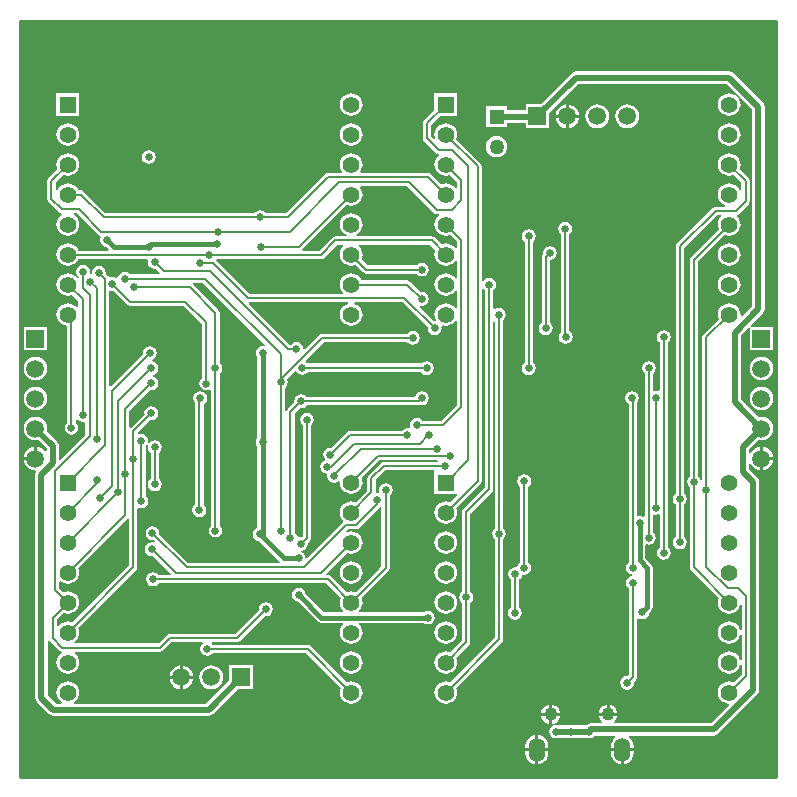
<source format=gtl>
G04 Layer_Physical_Order=1*
G04 Layer_Color=255*
%FSLAX25Y25*%
%MOIN*%
G70*
G01*
G75*
%ADD10C,0.00700*%
%ADD11C,0.01500*%
%ADD12C,0.02000*%
%ADD13C,0.01000*%
%ADD14O,0.05512X0.07874*%
%ADD15C,0.04331*%
%ADD16R,0.05905X0.05905*%
%ADD17C,0.05905*%
%ADD18C,0.05000*%
%ADD19R,0.05000X0.05000*%
%ADD20R,0.05905X0.05905*%
%ADD21C,0.05512*%
%ADD22R,0.05512X0.05512*%
%ADD23C,0.02559*%
G36*
X252000Y0D02*
X0D01*
Y252000D01*
X252000D01*
Y0D01*
D02*
G37*
%LPC*%
G36*
X141756Y51788D02*
X140775Y51659D01*
X139862Y51281D01*
X139077Y50679D01*
X138475Y49894D01*
X138097Y48981D01*
X137968Y48000D01*
X138097Y47019D01*
X138475Y46106D01*
X139077Y45321D01*
X139862Y44719D01*
X140775Y44341D01*
X141756Y44212D01*
X142736Y44341D01*
X143650Y44719D01*
X144435Y45321D01*
X145037Y46106D01*
X145415Y47019D01*
X145544Y48000D01*
X145415Y48981D01*
X145037Y49894D01*
X144435Y50679D01*
X143650Y51281D01*
X142736Y51659D01*
X141756Y51788D01*
D02*
G37*
G36*
Y61788D02*
X140775Y61659D01*
X139862Y61281D01*
X139077Y60679D01*
X138475Y59894D01*
X138097Y58981D01*
X137968Y58000D01*
X138097Y57020D01*
X138475Y56106D01*
X139077Y55321D01*
X139862Y54719D01*
X140775Y54341D01*
X141756Y54212D01*
X142736Y54341D01*
X143650Y54719D01*
X144435Y55321D01*
X145037Y56106D01*
X145415Y57020D01*
X145544Y58000D01*
X145415Y58981D01*
X145037Y59894D01*
X144435Y60679D01*
X143650Y61281D01*
X142736Y61659D01*
X141756Y61788D01*
D02*
G37*
G36*
Y71788D02*
X140775Y71659D01*
X139862Y71281D01*
X139077Y70679D01*
X138475Y69894D01*
X138097Y68980D01*
X137968Y68000D01*
X138097Y67019D01*
X138475Y66106D01*
X139077Y65321D01*
X139862Y64719D01*
X140775Y64341D01*
X141756Y64212D01*
X142736Y64341D01*
X143650Y64719D01*
X144435Y65321D01*
X145037Y66106D01*
X145415Y67019D01*
X145544Y68000D01*
X145415Y68980D01*
X145037Y69894D01*
X144435Y70679D01*
X143650Y71281D01*
X142736Y71659D01*
X141756Y71788D01*
D02*
G37*
G36*
X110244Y41788D02*
X109264Y41659D01*
X108350Y41281D01*
X107565Y40679D01*
X106963Y39894D01*
X106585Y38980D01*
X106456Y38000D01*
X106585Y37020D01*
X106963Y36106D01*
X107565Y35321D01*
X108350Y34719D01*
X109264Y34341D01*
X110244Y34212D01*
X111225Y34341D01*
X112138Y34719D01*
X112923Y35321D01*
X113525Y36106D01*
X113903Y37020D01*
X114032Y38000D01*
X113903Y38980D01*
X113525Y39894D01*
X112923Y40679D01*
X112138Y41281D01*
X111225Y41659D01*
X110244Y41788D01*
D02*
G37*
G36*
X57521Y32600D02*
X54100D01*
Y29179D01*
X54632Y29249D01*
X55593Y29647D01*
X56419Y30281D01*
X57053Y31107D01*
X57451Y32068D01*
X57521Y32600D01*
D02*
G37*
G36*
X53100Y37021D02*
X52568Y36951D01*
X51607Y36553D01*
X50781Y35919D01*
X50147Y35093D01*
X49749Y34132D01*
X49679Y33600D01*
X53100D01*
Y37021D01*
D02*
G37*
G36*
X54100D02*
Y33600D01*
X57521D01*
X57451Y34132D01*
X57053Y35093D01*
X56419Y35919D01*
X55593Y36553D01*
X54632Y36951D01*
X54100Y37021D01*
D02*
G37*
G36*
X4500Y109921D02*
X3968Y109851D01*
X3007Y109453D01*
X2181Y108819D01*
X1547Y107993D01*
X1149Y107032D01*
X1079Y106500D01*
X4500D01*
Y109921D01*
D02*
G37*
G36*
X247500D02*
Y106500D01*
X250921D01*
X250851Y107032D01*
X250453Y107993D01*
X249819Y108819D01*
X248993Y109453D01*
X248032Y109851D01*
X247500Y109921D01*
D02*
G37*
G36*
X5000Y129987D02*
X3968Y129851D01*
X3007Y129453D01*
X2181Y128819D01*
X1547Y127993D01*
X1149Y127032D01*
X1013Y126000D01*
X1149Y124968D01*
X1547Y124007D01*
X2181Y123181D01*
X3007Y122547D01*
X3968Y122149D01*
X5000Y122013D01*
X6032Y122149D01*
X6993Y122547D01*
X7819Y123181D01*
X8453Y124007D01*
X8851Y124968D01*
X8987Y126000D01*
X8851Y127032D01*
X8453Y127993D01*
X7819Y128819D01*
X6993Y129453D01*
X6032Y129851D01*
X5000Y129987D01*
D02*
G37*
G36*
X250921Y105500D02*
X247500D01*
Y102079D01*
X248032Y102149D01*
X248993Y102547D01*
X249819Y103181D01*
X250453Y104007D01*
X250851Y104968D01*
X250921Y105500D01*
D02*
G37*
G36*
X167900Y100724D02*
X167011Y100547D01*
X166256Y100043D01*
X165753Y99289D01*
X165576Y98400D01*
X165753Y97511D01*
X166256Y96757D01*
X166524Y96578D01*
Y71422D01*
X166256Y71243D01*
X165753Y70489D01*
X165593Y69686D01*
X164900Y69824D01*
X164011Y69647D01*
X163257Y69143D01*
X162753Y68389D01*
X162576Y67500D01*
X162753Y66611D01*
X163257Y65857D01*
X163524Y65678D01*
Y56489D01*
X163156Y56243D01*
X162653Y55489D01*
X162476Y54600D01*
X162653Y53711D01*
X163156Y52957D01*
X163911Y52453D01*
X164800Y52276D01*
X165689Y52453D01*
X166444Y52957D01*
X166947Y53711D01*
X167124Y54600D01*
X166947Y55489D01*
X166444Y56243D01*
X166276Y56355D01*
Y65678D01*
X166543Y65857D01*
X167047Y66611D01*
X167207Y67414D01*
X167900Y67276D01*
X168789Y67453D01*
X169544Y67957D01*
X170047Y68711D01*
X170224Y69600D01*
X170047Y70489D01*
X169544Y71243D01*
X169276Y71422D01*
Y96578D01*
X169544Y96757D01*
X170047Y97511D01*
X170224Y98400D01*
X170047Y99289D01*
X169544Y100043D01*
X168789Y100547D01*
X167900Y100724D01*
D02*
G37*
G36*
X141756Y81788D02*
X140775Y81659D01*
X139862Y81281D01*
X139077Y80679D01*
X138475Y79894D01*
X138097Y78980D01*
X137968Y78000D01*
X138097Y77020D01*
X138475Y76106D01*
X139077Y75321D01*
X139862Y74719D01*
X140775Y74341D01*
X141756Y74212D01*
X142736Y74341D01*
X143650Y74719D01*
X144435Y75321D01*
X145037Y76106D01*
X145415Y77020D01*
X145544Y78000D01*
X145415Y78980D01*
X145037Y79894D01*
X144435Y80679D01*
X143650Y81281D01*
X142736Y81659D01*
X141756Y81788D01*
D02*
G37*
G36*
X59950Y128474D02*
X59061Y128297D01*
X58307Y127794D01*
X57803Y127039D01*
X57626Y126150D01*
X57803Y125261D01*
X58255Y124584D01*
Y90622D01*
X57988Y90443D01*
X57484Y89689D01*
X57307Y88800D01*
X57484Y87911D01*
X57988Y87157D01*
X58742Y86653D01*
X59631Y86476D01*
X60520Y86653D01*
X61274Y87157D01*
X61778Y87911D01*
X61955Y88800D01*
X61778Y89689D01*
X61274Y90443D01*
X61008Y90622D01*
Y124115D01*
X61593Y124506D01*
X62097Y125261D01*
X62274Y126150D01*
X62097Y127039D01*
X61593Y127794D01*
X60839Y128297D01*
X59950Y128474D01*
D02*
G37*
G36*
X171581Y13832D02*
X171101Y13769D01*
X170187Y13390D01*
X169402Y12788D01*
X168800Y12004D01*
X168422Y11090D01*
X168293Y10109D01*
Y9428D01*
X171581D01*
Y13832D01*
D02*
G37*
G36*
X172581D02*
Y9428D01*
X175869D01*
Y10109D01*
X175740Y11090D01*
X175362Y12004D01*
X174760Y12788D01*
X173975Y13390D01*
X173062Y13769D01*
X172581Y13832D01*
D02*
G37*
G36*
X176253Y20250D02*
X173626D01*
X173669Y19924D01*
X173988Y19154D01*
X174495Y18492D01*
X175156Y17985D01*
X175926Y17666D01*
X176253Y17623D01*
Y20250D01*
D02*
G37*
G36*
X204413Y8428D02*
X201124D01*
Y4025D01*
X201605Y4088D01*
X202519Y4467D01*
X203303Y5068D01*
X203905Y5853D01*
X204284Y6767D01*
X204413Y7747D01*
Y8428D01*
D02*
G37*
G36*
X171581D02*
X168293D01*
Y7747D01*
X168422Y6767D01*
X168800Y5853D01*
X169402Y5068D01*
X170187Y4467D01*
X171101Y4088D01*
X171581Y4025D01*
Y8428D01*
D02*
G37*
G36*
X175869D02*
X172581D01*
Y4025D01*
X173062Y4088D01*
X173975Y4467D01*
X174760Y5068D01*
X175362Y5853D01*
X175740Y6767D01*
X175869Y7747D01*
Y8428D01*
D02*
G37*
G36*
X200124D02*
X196836D01*
Y7747D01*
X196965Y6767D01*
X197344Y5853D01*
X197946Y5068D01*
X198730Y4467D01*
X199644Y4088D01*
X200124Y4025D01*
Y8428D01*
D02*
G37*
G36*
X196347Y23877D02*
Y21250D01*
X198974D01*
X198931Y21576D01*
X198612Y22346D01*
X198105Y23008D01*
X197444Y23515D01*
X196674Y23834D01*
X196347Y23877D01*
D02*
G37*
G36*
X63600Y37087D02*
X62568Y36951D01*
X61607Y36553D01*
X60781Y35919D01*
X60147Y35093D01*
X59749Y34132D01*
X59613Y33100D01*
X59749Y32068D01*
X60147Y31107D01*
X60781Y30281D01*
X61607Y29647D01*
X62568Y29249D01*
X63600Y29113D01*
X64632Y29249D01*
X65593Y29647D01*
X66419Y30281D01*
X67053Y31107D01*
X67451Y32068D01*
X67587Y33100D01*
X67451Y34132D01*
X67053Y35093D01*
X66419Y35919D01*
X65593Y36553D01*
X64632Y36951D01*
X63600Y37087D01*
D02*
G37*
G36*
X53100Y32600D02*
X49679D01*
X49749Y32068D01*
X50147Y31107D01*
X50781Y30281D01*
X51607Y29647D01*
X52568Y29249D01*
X53100Y29179D01*
Y32600D01*
D02*
G37*
G36*
X195347Y23877D02*
X195021Y23834D01*
X194251Y23515D01*
X193590Y23008D01*
X193082Y22346D01*
X192763Y21576D01*
X192720Y21250D01*
X195347D01*
Y23877D01*
D02*
G37*
G36*
X179880Y20250D02*
X177253D01*
Y17623D01*
X177579Y17666D01*
X178349Y17985D01*
X179010Y18492D01*
X179518Y19154D01*
X179837Y19924D01*
X179880Y20250D01*
D02*
G37*
G36*
X176253Y23877D02*
X175926Y23834D01*
X175156Y23515D01*
X174495Y23008D01*
X173988Y22346D01*
X173669Y21576D01*
X173626Y21250D01*
X176253D01*
Y23877D01*
D02*
G37*
G36*
X177253D02*
Y21250D01*
X179880D01*
X179837Y21576D01*
X179518Y22346D01*
X179010Y23008D01*
X178349Y23515D01*
X177579Y23834D01*
X177253Y23877D01*
D02*
G37*
G36*
X110244Y217788D02*
X109264Y217659D01*
X108350Y217281D01*
X107565Y216679D01*
X106963Y215894D01*
X106585Y214981D01*
X106456Y214000D01*
X106585Y213019D01*
X106963Y212106D01*
X107565Y211321D01*
X108350Y210719D01*
X109264Y210341D01*
X110244Y210212D01*
X111225Y210341D01*
X112138Y210719D01*
X112923Y211321D01*
X113525Y212106D01*
X113903Y213019D01*
X114032Y214000D01*
X113903Y214981D01*
X113525Y215894D01*
X112923Y216679D01*
X112138Y217281D01*
X111225Y217659D01*
X110244Y217788D01*
D02*
G37*
G36*
X236244D02*
X235264Y217659D01*
X234350Y217281D01*
X233565Y216679D01*
X232963Y215894D01*
X232585Y214981D01*
X232456Y214000D01*
X232585Y213019D01*
X232963Y212106D01*
X233565Y211321D01*
X234350Y210719D01*
X235264Y210341D01*
X236244Y210212D01*
X237225Y210341D01*
X238138Y210719D01*
X238923Y211321D01*
X239525Y212106D01*
X239903Y213019D01*
X240032Y214000D01*
X239903Y214981D01*
X239525Y215894D01*
X238923Y216679D01*
X238138Y217281D01*
X237225Y217659D01*
X236244Y217788D01*
D02*
G37*
G36*
X192300Y224093D02*
X191268Y223957D01*
X190307Y223559D01*
X189481Y222925D01*
X188847Y222100D01*
X188449Y221138D01*
X188313Y220106D01*
X188449Y219074D01*
X188847Y218113D01*
X189481Y217287D01*
X190307Y216654D01*
X191268Y216255D01*
X192300Y216119D01*
X193332Y216255D01*
X194293Y216654D01*
X195119Y217287D01*
X195753Y218113D01*
X196151Y219074D01*
X196287Y220106D01*
X196151Y221138D01*
X195753Y222100D01*
X195119Y222925D01*
X194293Y223559D01*
X193332Y223957D01*
X192300Y224093D01*
D02*
G37*
G36*
X15756Y217788D02*
X14775Y217659D01*
X13862Y217281D01*
X13077Y216679D01*
X12475Y215894D01*
X12097Y214981D01*
X11968Y214000D01*
X12097Y213019D01*
X12475Y212106D01*
X13077Y211321D01*
X13862Y210719D01*
X14775Y210341D01*
X15756Y210212D01*
X16736Y210341D01*
X17650Y210719D01*
X18435Y211321D01*
X19037Y212106D01*
X19415Y213019D01*
X19544Y214000D01*
X19415Y214981D01*
X19037Y215894D01*
X18435Y216679D01*
X17650Y217281D01*
X16736Y217659D01*
X15756Y217788D01*
D02*
G37*
G36*
X145512Y227756D02*
X138000D01*
Y222191D01*
X134627Y218817D01*
X134328Y218371D01*
X134224Y217844D01*
Y212800D01*
X134328Y212273D01*
X134627Y211827D01*
X138527Y207927D01*
X138973Y207628D01*
X139386Y207546D01*
X139515Y207240D01*
X139526Y207024D01*
X139077Y206679D01*
X138475Y205894D01*
X138097Y204980D01*
X137968Y204000D01*
X138097Y203019D01*
X138475Y202106D01*
X139077Y201321D01*
X139862Y200719D01*
X140775Y200341D01*
X141756Y200212D01*
X142736Y200341D01*
X143254Y200555D01*
X145624Y198186D01*
Y195784D01*
X145124Y195684D01*
X145037Y195894D01*
X144435Y196679D01*
X143650Y197281D01*
X142736Y197659D01*
X141756Y197788D01*
X140775Y197659D01*
X140258Y197445D01*
X136929Y200773D01*
X136483Y201072D01*
X135956Y201176D01*
X113442D01*
X113195Y201676D01*
X113525Y202106D01*
X113903Y203019D01*
X114032Y204000D01*
X113903Y204980D01*
X113525Y205894D01*
X112923Y206679D01*
X112138Y207281D01*
X111225Y207659D01*
X110244Y207788D01*
X109264Y207659D01*
X108350Y207281D01*
X107565Y206679D01*
X106963Y205894D01*
X106585Y204980D01*
X106456Y204000D01*
X106585Y203019D01*
X106963Y202106D01*
X107293Y201676D01*
X107046Y201176D01*
X102600D01*
X102073Y201072D01*
X101627Y200773D01*
X101627Y200773D01*
X88730Y187876D01*
X81722D01*
X81543Y188143D01*
X80789Y188647D01*
X79900Y188824D01*
X79011Y188647D01*
X78256Y188143D01*
X78078Y187876D01*
X28270D01*
X21173Y194973D01*
X20727Y195272D01*
X20200Y195376D01*
X19251D01*
X19037Y195894D01*
X18435Y196679D01*
X17650Y197281D01*
X16736Y197659D01*
X15756Y197788D01*
X14775Y197659D01*
X13862Y197281D01*
X13077Y196679D01*
X12475Y195894D01*
X12176Y195173D01*
X11676Y195273D01*
Y197974D01*
X14258Y200555D01*
X14775Y200341D01*
X15756Y200212D01*
X16736Y200341D01*
X17650Y200719D01*
X18435Y201321D01*
X19037Y202106D01*
X19415Y203019D01*
X19544Y204000D01*
X19415Y204980D01*
X19037Y205894D01*
X18435Y206679D01*
X17650Y207281D01*
X16736Y207659D01*
X15756Y207788D01*
X14775Y207659D01*
X13862Y207281D01*
X13077Y206679D01*
X12475Y205894D01*
X12097Y204980D01*
X11968Y204000D01*
X12097Y203019D01*
X12311Y202502D01*
X9327Y199517D01*
X9028Y199071D01*
X8924Y198544D01*
Y192500D01*
X9028Y191973D01*
X9327Y191527D01*
X12727Y188127D01*
X12727Y188127D01*
X13173Y187828D01*
X13659Y187732D01*
X13749Y187551D01*
X13787Y187224D01*
X13077Y186679D01*
X12475Y185894D01*
X12097Y184980D01*
X11968Y184000D01*
X12097Y183019D01*
X12475Y182106D01*
X13077Y181321D01*
X13862Y180719D01*
X14775Y180341D01*
X15756Y180212D01*
X16736Y180341D01*
X17650Y180719D01*
X18435Y181321D01*
X19037Y182106D01*
X19415Y183019D01*
X19544Y184000D01*
X19415Y184980D01*
X19037Y185894D01*
X18435Y186679D01*
X17725Y187224D01*
X17757Y187506D01*
X17861Y187724D01*
X18930D01*
X26027Y180627D01*
X26473Y180328D01*
X26566Y180310D01*
X26796Y179754D01*
X26753Y179689D01*
X26576Y178800D01*
X26753Y177911D01*
X27257Y177156D01*
X28011Y176653D01*
X28651Y176525D01*
X29438Y175738D01*
X29247Y175276D01*
X19293D01*
X19037Y175894D01*
X18435Y176679D01*
X17650Y177281D01*
X16736Y177659D01*
X15756Y177788D01*
X14775Y177659D01*
X13862Y177281D01*
X13077Y176679D01*
X12475Y175894D01*
X12097Y174980D01*
X11968Y174000D01*
X12097Y173020D01*
X12475Y172106D01*
X13077Y171321D01*
X13862Y170719D01*
X14775Y170341D01*
X15756Y170212D01*
X16736Y170341D01*
X17650Y170719D01*
X18435Y171321D01*
X19037Y172106D01*
X19210Y172524D01*
X42187D01*
X42580Y172023D01*
X42476Y171500D01*
X42653Y170611D01*
X43156Y169857D01*
X43911Y169353D01*
X44800Y169176D01*
X45115Y169238D01*
X46477Y167876D01*
X46270Y167376D01*
X36522D01*
X36344Y167643D01*
X35589Y168147D01*
X34700Y168324D01*
X33811Y168147D01*
X33057Y167643D01*
X32553Y166889D01*
X32456Y166403D01*
X31900Y166173D01*
X31489Y166447D01*
X30600Y166624D01*
X29711Y166447D01*
X29258Y166746D01*
X29173Y166873D01*
X28378Y167668D01*
X28424Y167900D01*
X28247Y168789D01*
X27744Y169544D01*
X26989Y170047D01*
X26100Y170224D01*
X25211Y170047D01*
X24456Y169544D01*
X23953Y168789D01*
X23776Y167900D01*
X23447Y167572D01*
X23172Y167937D01*
X23224Y168200D01*
X23047Y169089D01*
X22544Y169843D01*
X21789Y170347D01*
X20900Y170524D01*
X20011Y170347D01*
X19256Y169843D01*
X18753Y169089D01*
X18576Y168200D01*
X18753Y167311D01*
X19256Y166557D01*
X19348Y166496D01*
X19325Y166339D01*
X18801Y166201D01*
X18435Y166679D01*
X17650Y167281D01*
X16736Y167659D01*
X15756Y167788D01*
X14775Y167659D01*
X13862Y167281D01*
X13077Y166679D01*
X12475Y165894D01*
X12097Y164980D01*
X11968Y164000D01*
X12097Y163020D01*
X12475Y162106D01*
X13077Y161321D01*
X13862Y160719D01*
X14775Y160341D01*
X15756Y160212D01*
X16736Y160341D01*
X17254Y160555D01*
X19324Y158486D01*
Y156342D01*
X18824Y156172D01*
X18435Y156679D01*
X17650Y157281D01*
X16736Y157659D01*
X15756Y157788D01*
X14775Y157659D01*
X13862Y157281D01*
X13077Y156679D01*
X12475Y155894D01*
X12097Y154981D01*
X11968Y154000D01*
X12097Y153019D01*
X12475Y152106D01*
X13077Y151321D01*
X13862Y150719D01*
X14775Y150341D01*
X15624Y150229D01*
Y118122D01*
X15357Y117944D01*
X14853Y117189D01*
X14676Y116300D01*
X14853Y115411D01*
X15357Y114656D01*
X16111Y114153D01*
X17000Y113976D01*
X17889Y114153D01*
X18643Y114656D01*
X19147Y115411D01*
X19324Y116300D01*
X19147Y117189D01*
X18643Y117944D01*
X18376Y118122D01*
Y118974D01*
X18876Y119126D01*
X19057Y118857D01*
X19811Y118353D01*
X20700Y118176D01*
X21153Y118266D01*
X21653Y117856D01*
Y114000D01*
X13301Y105648D01*
X12839Y105839D01*
Y110200D01*
X12684Y110980D01*
X12242Y111642D01*
X8858Y115025D01*
X8987Y116000D01*
X8851Y117032D01*
X8453Y117993D01*
X7819Y118819D01*
X6993Y119453D01*
X6032Y119851D01*
X5000Y119987D01*
X3968Y119851D01*
X3007Y119453D01*
X2181Y118819D01*
X1547Y117993D01*
X1149Y117032D01*
X1013Y116000D01*
X1149Y114968D01*
X1547Y114007D01*
X2181Y113181D01*
X3007Y112547D01*
X3968Y112149D01*
X5000Y112013D01*
X5975Y112142D01*
X8761Y109355D01*
Y108413D01*
X8261Y108244D01*
X7819Y108819D01*
X6993Y109453D01*
X6032Y109851D01*
X5500Y109921D01*
Y106000D01*
X5000D01*
Y105500D01*
X1079D01*
X1149Y104968D01*
X1547Y104007D01*
X2181Y103181D01*
X3007Y102547D01*
X3968Y102149D01*
X4942Y102021D01*
X5076Y101851D01*
X5221Y101538D01*
X5116Y101380D01*
X4961Y100600D01*
Y26200D01*
X5116Y25420D01*
X5558Y24758D01*
X9458Y20858D01*
X10120Y20416D01*
X10900Y20261D01*
X62800D01*
X63580Y20416D01*
X64242Y20858D01*
X72531Y29147D01*
X77553D01*
Y37053D01*
X69647D01*
Y32031D01*
X61955Y24339D01*
X17976D01*
X17806Y24839D01*
X18435Y25321D01*
X19037Y26106D01*
X19415Y27020D01*
X19544Y28000D01*
X19415Y28980D01*
X19037Y29894D01*
X18435Y30679D01*
X17650Y31281D01*
X16736Y31659D01*
X15756Y31788D01*
X14775Y31659D01*
X13862Y31281D01*
X13077Y30679D01*
X12475Y29894D01*
X12097Y28980D01*
X11968Y28000D01*
X12097Y27020D01*
X12475Y26106D01*
X13077Y25321D01*
X13705Y24839D01*
X13536Y24339D01*
X11745D01*
X9039Y27045D01*
Y45256D01*
X9539Y45407D01*
X9727Y45127D01*
X12827Y42027D01*
X13273Y41728D01*
X13552Y41673D01*
X13676Y41138D01*
X13077Y40679D01*
X12475Y39894D01*
X12097Y38980D01*
X11968Y38000D01*
X12097Y37020D01*
X12475Y36106D01*
X13077Y35321D01*
X13862Y34719D01*
X14775Y34341D01*
X15756Y34212D01*
X16736Y34341D01*
X17650Y34719D01*
X18435Y35321D01*
X19037Y36106D01*
X19415Y37020D01*
X19544Y38000D01*
X19415Y38980D01*
X19037Y39894D01*
X18435Y40679D01*
X17855Y41124D01*
X18025Y41624D01*
X46600D01*
X47127Y41728D01*
X47573Y42027D01*
X50270Y44724D01*
X60625D01*
X60776Y44224D01*
X60657Y44144D01*
X60153Y43389D01*
X59976Y42500D01*
X60153Y41611D01*
X60657Y40857D01*
X61411Y40353D01*
X62300Y40176D01*
X63189Y40353D01*
X63943Y40857D01*
X64122Y41124D01*
X95174D01*
X106799Y29498D01*
X106585Y28980D01*
X106456Y28000D01*
X106585Y27020D01*
X106963Y26106D01*
X107565Y25321D01*
X108350Y24719D01*
X109264Y24341D01*
X110244Y24212D01*
X111225Y24341D01*
X112138Y24719D01*
X112923Y25321D01*
X113525Y26106D01*
X113903Y27020D01*
X114032Y28000D01*
X113903Y28980D01*
X113525Y29894D01*
X112923Y30679D01*
X112138Y31281D01*
X111225Y31659D01*
X110244Y31788D01*
X109264Y31659D01*
X108746Y31445D01*
X96717Y43473D01*
X96271Y43772D01*
X95744Y43876D01*
X64136D01*
X64046Y43991D01*
X63943Y44144D01*
X63902Y44171D01*
X63834Y44257D01*
X63975Y44724D01*
X72100D01*
X72627Y44828D01*
X73073Y45127D01*
X81485Y53539D01*
X81800Y53476D01*
X82689Y53653D01*
X83443Y54157D01*
X83947Y54911D01*
X84124Y55800D01*
X83947Y56689D01*
X83443Y57443D01*
X82689Y57947D01*
X81800Y58124D01*
X80911Y57947D01*
X80157Y57443D01*
X79653Y56689D01*
X79476Y55800D01*
X79539Y55485D01*
X71530Y47476D01*
X49700D01*
X49173Y47372D01*
X48727Y47073D01*
X46030Y44376D01*
X18025D01*
X17855Y44876D01*
X18435Y45321D01*
X19037Y46106D01*
X19415Y47019D01*
X19544Y48000D01*
X19415Y48981D01*
X19201Y49498D01*
X38573Y68871D01*
X38872Y69317D01*
X38976Y69844D01*
X38976Y69844D01*
Y89321D01*
X39222Y89452D01*
X39476Y89540D01*
X40300Y89376D01*
X41189Y89553D01*
X41943Y90057D01*
X42447Y90811D01*
X42624Y91700D01*
X42447Y92589D01*
X41943Y93343D01*
X41676Y93522D01*
Y110178D01*
X41943Y110356D01*
X42162Y110683D01*
X42632Y110488D01*
X42476Y109700D01*
X42653Y108811D01*
X43156Y108056D01*
X43424Y107878D01*
Y99222D01*
X43156Y99043D01*
X42653Y98289D01*
X42476Y97400D01*
X42653Y96511D01*
X43156Y95757D01*
X43911Y95253D01*
X44800Y95076D01*
X45689Y95253D01*
X46444Y95757D01*
X46947Y96511D01*
X47124Y97400D01*
X46947Y98289D01*
X46444Y99043D01*
X46176Y99222D01*
Y107878D01*
X46444Y108056D01*
X46947Y108811D01*
X47124Y109700D01*
X46947Y110589D01*
X46444Y111344D01*
X45689Y111847D01*
X44800Y112024D01*
X43911Y111847D01*
X43156Y111344D01*
X42939Y111017D01*
X42467Y111212D01*
X42624Y112000D01*
X42447Y112889D01*
X41943Y113644D01*
X41189Y114147D01*
X40300Y114324D01*
X39593Y114184D01*
X39236Y114556D01*
X39248Y114801D01*
X43335Y118888D01*
X43650Y118826D01*
X44539Y119003D01*
X45294Y119507D01*
X45797Y120261D01*
X45974Y121150D01*
X45797Y122039D01*
X45294Y122793D01*
X44539Y123297D01*
X43650Y123474D01*
X42761Y123297D01*
X42006Y122793D01*
X41503Y122039D01*
X41326Y121150D01*
X41388Y120835D01*
X36806Y116253D01*
X36306Y116460D01*
Y121859D01*
X43335Y128888D01*
X43650Y128826D01*
X44539Y129003D01*
X45294Y129507D01*
X45797Y130261D01*
X45974Y131150D01*
X45797Y132039D01*
X45294Y132793D01*
X44539Y133297D01*
X44048Y133395D01*
Y133905D01*
X44539Y134003D01*
X45294Y134506D01*
X45797Y135261D01*
X45974Y136150D01*
X45797Y137039D01*
X45294Y137794D01*
X44539Y138297D01*
X43748Y138455D01*
Y138965D01*
X43939Y139003D01*
X44693Y139506D01*
X45197Y140261D01*
X45374Y141150D01*
X45197Y142039D01*
X44693Y142794D01*
X43939Y143297D01*
X43050Y143474D01*
X42161Y143297D01*
X41407Y142794D01*
X40903Y142039D01*
X40726Y141150D01*
X40788Y140835D01*
X30038Y130085D01*
X29576Y130276D01*
Y161687D01*
X30077Y162080D01*
X30600Y161976D01*
X30915Y162039D01*
X35627Y157327D01*
X36073Y157028D01*
X36600Y156924D01*
X54430D01*
X60524Y150830D01*
Y132822D01*
X60257Y132643D01*
X59753Y131889D01*
X59576Y131000D01*
X59753Y130111D01*
X60257Y129357D01*
X61011Y128853D01*
X61900Y128676D01*
X62789Y128853D01*
X63124Y129076D01*
X63624Y128809D01*
Y83822D01*
X63357Y83643D01*
X62853Y82889D01*
X62676Y82000D01*
X62853Y81111D01*
X63357Y80357D01*
X64111Y79853D01*
X65000Y79676D01*
X65889Y79853D01*
X66643Y80357D01*
X67147Y81111D01*
X67324Y82000D01*
X67147Y82889D01*
X66643Y83643D01*
X66376Y83822D01*
Y134378D01*
X66643Y134556D01*
X67147Y135311D01*
X67324Y136200D01*
X67147Y137089D01*
X66643Y137844D01*
X66376Y138022D01*
Y154500D01*
X66377Y154500D01*
X66272Y155027D01*
X65973Y155473D01*
X65973Y155473D01*
X57373Y164073D01*
X57298Y164124D01*
X57450Y164624D01*
X60830D01*
X81473Y143980D01*
X81227Y143519D01*
X80700Y143624D01*
X79811Y143447D01*
X79057Y142944D01*
X78553Y142189D01*
X78376Y141300D01*
X78553Y140411D01*
X78916Y139867D01*
Y112833D01*
X78553Y112289D01*
X78376Y111400D01*
X78553Y110511D01*
X78916Y109967D01*
Y82968D01*
X78811Y82947D01*
X78057Y82443D01*
X77553Y81689D01*
X77376Y80800D01*
X77553Y79911D01*
X78057Y79157D01*
X78811Y78653D01*
X79451Y78525D01*
X86400Y71576D01*
X86205Y71076D01*
X55970D01*
X46262Y80785D01*
X46324Y81100D01*
X46147Y81989D01*
X45643Y82743D01*
X44889Y83247D01*
X44000Y83424D01*
X43111Y83247D01*
X42357Y82743D01*
X41853Y81989D01*
X41676Y81100D01*
X41853Y80211D01*
X42357Y79457D01*
X43111Y78953D01*
X44000Y78776D01*
X44315Y78838D01*
X44698Y78455D01*
X44452Y77995D01*
X43800Y78124D01*
X42911Y77947D01*
X42156Y77443D01*
X41653Y76689D01*
X41476Y75800D01*
X41653Y74911D01*
X42156Y74157D01*
X42911Y73653D01*
X43800Y73476D01*
X44115Y73539D01*
X50015Y67638D01*
X49824Y67176D01*
X46022D01*
X45843Y67443D01*
X45089Y67947D01*
X44200Y68124D01*
X43311Y67947D01*
X42557Y67443D01*
X42053Y66689D01*
X41876Y65800D01*
X42053Y64911D01*
X42557Y64157D01*
X43311Y63653D01*
X44200Y63476D01*
X45089Y63653D01*
X45843Y64157D01*
X46022Y64424D01*
X101874D01*
X106799Y59498D01*
X106585Y58981D01*
X106456Y58000D01*
X106585Y57020D01*
X106963Y56106D01*
X107565Y55321D01*
X107648Y55258D01*
X107487Y54784D01*
X101039D01*
X94975Y60849D01*
X94847Y61489D01*
X94343Y62243D01*
X93589Y62747D01*
X92700Y62924D01*
X91811Y62747D01*
X91057Y62243D01*
X90553Y61489D01*
X90376Y60600D01*
X90553Y59711D01*
X91057Y58957D01*
X91811Y58453D01*
X92451Y58325D01*
X99038Y51738D01*
X99038Y51738D01*
X99617Y51351D01*
X100300Y51216D01*
X107487D01*
X107648Y50742D01*
X107565Y50679D01*
X106963Y49894D01*
X106585Y48981D01*
X106456Y48000D01*
X106585Y47019D01*
X106963Y46106D01*
X107565Y45321D01*
X108350Y44719D01*
X109264Y44341D01*
X110244Y44212D01*
X111225Y44341D01*
X112138Y44719D01*
X112923Y45321D01*
X113525Y46106D01*
X113903Y47019D01*
X114032Y48000D01*
X113903Y48981D01*
X113525Y49894D01*
X112923Y50679D01*
X112840Y50742D01*
X113001Y51216D01*
X134367D01*
X134911Y50853D01*
X135800Y50676D01*
X136689Y50853D01*
X137443Y51357D01*
X137947Y52111D01*
X138124Y53000D01*
X137947Y53889D01*
X137443Y54643D01*
X136689Y55147D01*
X135800Y55324D01*
X134911Y55147D01*
X134367Y54784D01*
X113001D01*
X112840Y55258D01*
X112923Y55321D01*
X113525Y56106D01*
X113903Y57020D01*
X114032Y58000D01*
X113903Y58981D01*
X113689Y59498D01*
X121316Y67125D01*
X122673Y68483D01*
X122673Y68483D01*
X122972Y68929D01*
X123076Y69456D01*
X123076Y69456D01*
Y93678D01*
X123344Y93857D01*
X123847Y94611D01*
X124024Y95500D01*
X123847Y96389D01*
X123344Y97143D01*
X122589Y97647D01*
X121700Y97824D01*
X120811Y97647D01*
X120056Y97143D01*
X119553Y96389D01*
X119376Y95500D01*
X119477Y94992D01*
X119132Y94609D01*
X118666Y94640D01*
X118376Y94950D01*
Y98830D01*
X121670Y102124D01*
X137680D01*
X138000Y101756D01*
Y94244D01*
X145044D01*
X145346Y94244D01*
X145583Y93774D01*
X143254Y91445D01*
X142736Y91659D01*
X141756Y91788D01*
X140775Y91659D01*
X139862Y91281D01*
X139077Y90679D01*
X138475Y89894D01*
X138097Y88981D01*
X137968Y88000D01*
X138097Y87019D01*
X138475Y86106D01*
X139077Y85321D01*
X139862Y84719D01*
X140775Y84341D01*
X141756Y84212D01*
X142736Y84341D01*
X143650Y84719D01*
X144435Y85321D01*
X145037Y86106D01*
X145415Y87019D01*
X145544Y88000D01*
X145415Y88981D01*
X145201Y89498D01*
X153373Y97671D01*
X153373Y97671D01*
X153672Y98117D01*
X153777Y98644D01*
X153776Y98644D01*
Y162624D01*
X154276Y162776D01*
X154557Y162356D01*
X154824Y162178D01*
Y96270D01*
X147627Y89073D01*
X147328Y88627D01*
X147224Y88100D01*
Y61522D01*
X146957Y61343D01*
X146453Y60589D01*
X146276Y59700D01*
X146453Y58811D01*
X146957Y58057D01*
X147224Y57878D01*
Y45414D01*
X143254Y41445D01*
X142736Y41659D01*
X141756Y41788D01*
X140775Y41659D01*
X139862Y41281D01*
X139077Y40679D01*
X138475Y39894D01*
X138097Y38980D01*
X137968Y38000D01*
X138097Y37020D01*
X138475Y36106D01*
X139077Y35321D01*
X139862Y34719D01*
X140775Y34341D01*
X141756Y34212D01*
X142736Y34341D01*
X143650Y34719D01*
X144435Y35321D01*
X145037Y36106D01*
X145415Y37020D01*
X145544Y38000D01*
X145415Y38980D01*
X145201Y39498D01*
X149573Y43871D01*
X149573Y43871D01*
X149872Y44317D01*
X149976Y44844D01*
Y57878D01*
X150243Y58057D01*
X150747Y58811D01*
X150924Y59700D01*
X150747Y60589D01*
X150243Y61343D01*
X149976Y61522D01*
Y87530D01*
X157173Y94727D01*
X157173Y94727D01*
X157472Y95173D01*
X157576Y95700D01*
Y151414D01*
X158076Y151697D01*
X158124Y151669D01*
Y82722D01*
X157857Y82543D01*
X157353Y81789D01*
X157176Y80900D01*
X157353Y80011D01*
X157857Y79257D01*
X158124Y79078D01*
Y46314D01*
X143254Y31445D01*
X142736Y31659D01*
X141756Y31788D01*
X140775Y31659D01*
X139862Y31281D01*
X139077Y30679D01*
X138475Y29894D01*
X138097Y28980D01*
X137968Y28000D01*
X138097Y27020D01*
X138475Y26106D01*
X139077Y25321D01*
X139862Y24719D01*
X140775Y24341D01*
X141756Y24212D01*
X142736Y24341D01*
X143650Y24719D01*
X144435Y25321D01*
X145037Y26106D01*
X145415Y27020D01*
X145544Y28000D01*
X145415Y28980D01*
X145201Y29498D01*
X160473Y44771D01*
X160772Y45217D01*
X160876Y45744D01*
Y79078D01*
X161144Y79257D01*
X161647Y80011D01*
X161824Y80900D01*
X161647Y81789D01*
X161144Y82543D01*
X160876Y82722D01*
Y152178D01*
X161144Y152357D01*
X161647Y153111D01*
X161824Y154000D01*
X161647Y154889D01*
X161144Y155643D01*
X160389Y156147D01*
X159500Y156324D01*
X158611Y156147D01*
X158076Y155790D01*
X157576Y156056D01*
Y162178D01*
X157843Y162356D01*
X158347Y163111D01*
X158524Y164000D01*
X158347Y164889D01*
X157843Y165644D01*
X157089Y166147D01*
X156200Y166324D01*
X155311Y166147D01*
X154557Y165644D01*
X154276Y165224D01*
X153776Y165376D01*
Y203356D01*
X153777Y203356D01*
X153672Y203883D01*
X153373Y204329D01*
X153373Y204329D01*
X145201Y212502D01*
X145415Y213019D01*
X145544Y214000D01*
X145415Y214981D01*
X145037Y215894D01*
X144435Y216679D01*
X143650Y217281D01*
X142736Y217659D01*
X141756Y217788D01*
X140775Y217659D01*
X139862Y217281D01*
X139077Y216679D01*
X138475Y215894D01*
X138097Y214981D01*
X137968Y214000D01*
X138097Y213019D01*
X138141Y212913D01*
X137717Y212630D01*
X136976Y213370D01*
Y217274D01*
X139947Y220244D01*
X145512D01*
Y227756D01*
D02*
G37*
G36*
X42700Y208824D02*
X41811Y208647D01*
X41057Y208143D01*
X40553Y207389D01*
X40376Y206500D01*
X40553Y205611D01*
X41057Y204856D01*
X41811Y204353D01*
X42700Y204176D01*
X43589Y204353D01*
X44344Y204856D01*
X44847Y205611D01*
X45024Y206500D01*
X44847Y207389D01*
X44344Y208143D01*
X43589Y208647D01*
X42700Y208824D01*
D02*
G37*
G36*
X158700Y213530D02*
X157786Y213410D01*
X156935Y213057D01*
X156204Y212496D01*
X155643Y211765D01*
X155290Y210914D01*
X155170Y210000D01*
X155290Y209086D01*
X155643Y208235D01*
X156204Y207504D01*
X156935Y206943D01*
X157786Y206590D01*
X158700Y206470D01*
X159614Y206590D01*
X160465Y206943D01*
X161196Y207504D01*
X161757Y208235D01*
X162110Y209086D01*
X162230Y210000D01*
X162110Y210914D01*
X161757Y211765D01*
X161196Y212496D01*
X160465Y213057D01*
X159614Y213410D01*
X158700Y213530D01*
D02*
G37*
G36*
X202300Y224093D02*
X201268Y223957D01*
X200307Y223559D01*
X199481Y222925D01*
X198847Y222100D01*
X198449Y221138D01*
X198313Y220106D01*
X198449Y219074D01*
X198847Y218113D01*
X199481Y217287D01*
X200307Y216654D01*
X201268Y216255D01*
X202300Y216119D01*
X203332Y216255D01*
X204293Y216654D01*
X205119Y217287D01*
X205753Y218113D01*
X206151Y219074D01*
X206287Y220106D01*
X206151Y221138D01*
X205753Y222100D01*
X205119Y222925D01*
X204293Y223559D01*
X203332Y223957D01*
X202300Y224093D01*
D02*
G37*
G36*
X19512Y227756D02*
X12000D01*
Y220244D01*
X19512D01*
Y227756D01*
D02*
G37*
G36*
X181800Y224027D02*
X181268Y223957D01*
X180307Y223559D01*
X179481Y222925D01*
X178847Y222100D01*
X178449Y221138D01*
X178379Y220606D01*
X181800D01*
Y224027D01*
D02*
G37*
G36*
X182800D02*
Y220606D01*
X186221D01*
X186151Y221138D01*
X185753Y222100D01*
X185119Y222925D01*
X184293Y223559D01*
X183332Y223957D01*
X182800Y224027D01*
D02*
G37*
G36*
X236244Y227788D02*
X235264Y227659D01*
X234350Y227281D01*
X233565Y226679D01*
X232963Y225894D01*
X232585Y224980D01*
X232456Y224000D01*
X232585Y223020D01*
X232963Y222106D01*
X233565Y221321D01*
X234350Y220719D01*
X235264Y220341D01*
X236244Y220212D01*
X237225Y220341D01*
X238138Y220719D01*
X238923Y221321D01*
X239525Y222106D01*
X239903Y223020D01*
X240032Y224000D01*
X239903Y224980D01*
X239525Y225894D01*
X238923Y226679D01*
X238138Y227281D01*
X237225Y227659D01*
X236244Y227788D01*
D02*
G37*
G36*
X181800Y219606D02*
X178379D01*
X178449Y219074D01*
X178847Y218113D01*
X179481Y217287D01*
X180307Y216654D01*
X181268Y216255D01*
X181800Y216185D01*
Y219606D01*
D02*
G37*
G36*
X186221D02*
X182800D01*
Y216185D01*
X183332Y216255D01*
X184293Y216654D01*
X185119Y217287D01*
X185753Y218113D01*
X186151Y219074D01*
X186221Y219606D01*
D02*
G37*
G36*
X110244Y227788D02*
X109264Y227659D01*
X108350Y227281D01*
X107565Y226679D01*
X106963Y225894D01*
X106585Y224980D01*
X106456Y224000D01*
X106585Y223020D01*
X106963Y222106D01*
X107565Y221321D01*
X108350Y220719D01*
X109264Y220341D01*
X110244Y220212D01*
X111225Y220341D01*
X112138Y220719D01*
X112923Y221321D01*
X113525Y222106D01*
X113903Y223020D01*
X114032Y224000D01*
X113903Y224980D01*
X113525Y225894D01*
X112923Y226679D01*
X112138Y227281D01*
X111225Y227659D01*
X110244Y227788D01*
D02*
G37*
G36*
X185194Y235039D02*
X184413Y234884D01*
X183752Y234442D01*
X183752Y234442D01*
X173369Y224059D01*
X168347D01*
Y222039D01*
X162200D01*
Y223500D01*
X155200D01*
Y216500D01*
X162200D01*
Y217961D01*
X168347D01*
Y216154D01*
X176253D01*
Y221175D01*
X186038Y230961D01*
X235455D01*
X243961Y222455D01*
Y156745D01*
X240434Y153218D01*
X239960Y153451D01*
X240032Y154000D01*
X239903Y154981D01*
X239525Y155894D01*
X238923Y156679D01*
X238138Y157281D01*
X237225Y157659D01*
X236244Y157788D01*
X235264Y157659D01*
X234350Y157281D01*
X233565Y156679D01*
X232963Y155894D01*
X232585Y154981D01*
X232456Y154000D01*
X232585Y153019D01*
X232799Y152502D01*
X227627Y147329D01*
X227328Y146883D01*
X227223Y146356D01*
Y98855D01*
X226724Y98806D01*
X226647Y99189D01*
X226143Y99943D01*
X225876Y100122D01*
Y171686D01*
X234746Y180555D01*
X235264Y180341D01*
X236244Y180212D01*
X237225Y180341D01*
X238138Y180719D01*
X238923Y181321D01*
X239525Y182106D01*
X239903Y183019D01*
X240032Y184000D01*
X239903Y184980D01*
X239525Y185894D01*
X238923Y186679D01*
X238800Y186773D01*
X238924Y187308D01*
X239027Y187328D01*
X239473Y187627D01*
X242673Y190827D01*
X242673Y190827D01*
X242972Y191273D01*
X243076Y191800D01*
Y198544D01*
X242972Y199071D01*
X242673Y199517D01*
X239689Y202502D01*
X239903Y203019D01*
X240032Y204000D01*
X239903Y204980D01*
X239525Y205894D01*
X238923Y206679D01*
X238138Y207281D01*
X237225Y207659D01*
X236244Y207788D01*
X235264Y207659D01*
X234350Y207281D01*
X233565Y206679D01*
X232963Y205894D01*
X232585Y204980D01*
X232456Y204000D01*
X232585Y203019D01*
X232963Y202106D01*
X233565Y201321D01*
X234350Y200719D01*
X235264Y200341D01*
X236244Y200212D01*
X237225Y200341D01*
X237742Y200555D01*
X240323Y197974D01*
Y195273D01*
X239824Y195173D01*
X239525Y195894D01*
X238923Y196679D01*
X238138Y197281D01*
X237225Y197659D01*
X236244Y197788D01*
X235264Y197659D01*
X234350Y197281D01*
X233565Y196679D01*
X232963Y195894D01*
X232585Y194981D01*
X232456Y194000D01*
X232585Y193019D01*
X232963Y192106D01*
X233565Y191321D01*
X234350Y190719D01*
X234936Y190476D01*
X234837Y189976D01*
X231700D01*
X231173Y189872D01*
X230727Y189573D01*
X218827Y177673D01*
X218528Y177227D01*
X218424Y176700D01*
Y94322D01*
X218157Y94143D01*
X217653Y93389D01*
X217476Y92500D01*
X217653Y91611D01*
X218157Y90857D01*
X218424Y90678D01*
Y79922D01*
X218157Y79743D01*
X217653Y78989D01*
X217476Y78100D01*
X217653Y77211D01*
X218157Y76457D01*
X218911Y75953D01*
X219800Y75776D01*
X220689Y75953D01*
X221443Y76457D01*
X221947Y77211D01*
X222124Y78100D01*
X221947Y78989D01*
X221443Y79743D01*
X221177Y79922D01*
Y90678D01*
X221443Y90857D01*
X221947Y91611D01*
X222124Y92500D01*
X221947Y93389D01*
X221443Y94143D01*
X221177Y94322D01*
Y176130D01*
X232270Y187224D01*
X233498D01*
X233658Y186750D01*
X233565Y186679D01*
X232963Y185894D01*
X232585Y184980D01*
X232456Y184000D01*
X232585Y183019D01*
X232799Y182502D01*
X223527Y173229D01*
X223228Y172783D01*
X223124Y172256D01*
Y100122D01*
X222857Y99943D01*
X222353Y99189D01*
X222176Y98300D01*
X222353Y97411D01*
X222857Y96657D01*
X223124Y96478D01*
Y69744D01*
X223228Y69217D01*
X223527Y68771D01*
X232799Y59498D01*
X232585Y58981D01*
X232456Y58000D01*
X232585Y57020D01*
X232963Y56106D01*
X233565Y55321D01*
X234350Y54719D01*
X235264Y54341D01*
X236244Y54212D01*
X237225Y54341D01*
X238138Y54719D01*
X238923Y55321D01*
X239525Y56106D01*
X239903Y57020D01*
X239924Y57173D01*
X240423Y57140D01*
Y48860D01*
X239924Y48827D01*
X239903Y48981D01*
X239525Y49894D01*
X238923Y50679D01*
X238138Y51281D01*
X237225Y51659D01*
X236244Y51788D01*
X235264Y51659D01*
X234350Y51281D01*
X233565Y50679D01*
X232963Y49894D01*
X232585Y48981D01*
X232456Y48000D01*
X232585Y47019D01*
X232963Y46106D01*
X233565Y45321D01*
X234350Y44719D01*
X235264Y44341D01*
X236244Y44212D01*
X237225Y44341D01*
X238138Y44719D01*
X238923Y45321D01*
X239525Y46106D01*
X239903Y47019D01*
X239924Y47173D01*
X240423Y47140D01*
Y38860D01*
X239924Y38827D01*
X239903Y38980D01*
X239525Y39894D01*
X238923Y40679D01*
X238138Y41281D01*
X237225Y41659D01*
X236244Y41788D01*
X235264Y41659D01*
X234350Y41281D01*
X233565Y40679D01*
X232963Y39894D01*
X232585Y38980D01*
X232456Y38000D01*
X232585Y37020D01*
X232963Y36106D01*
X233565Y35321D01*
X234350Y34719D01*
X235264Y34341D01*
X236244Y34212D01*
X237225Y34341D01*
X238138Y34719D01*
X238923Y35321D01*
X239525Y36106D01*
X239903Y37020D01*
X239924Y37173D01*
X240423Y37140D01*
Y34126D01*
X237742Y31445D01*
X237225Y31659D01*
X236244Y31788D01*
X235264Y31659D01*
X234350Y31281D01*
X233565Y30679D01*
X232963Y29894D01*
X232585Y28980D01*
X232456Y28000D01*
X232585Y27020D01*
X232963Y26106D01*
X233565Y25321D01*
X234350Y24719D01*
X235264Y24341D01*
X236047Y24238D01*
X236252Y23735D01*
X230255Y17739D01*
X197944D01*
X197775Y18239D01*
X198105Y18492D01*
X198612Y19154D01*
X198931Y19924D01*
X198974Y20250D01*
X192720D01*
X192763Y19924D01*
X193082Y19154D01*
X193590Y18492D01*
X193920Y18239D01*
X193750Y17739D01*
X190200D01*
X189420Y17584D01*
X188832Y17191D01*
X188611Y17147D01*
X188449Y17039D01*
X184551D01*
X184389Y17147D01*
X183500Y17324D01*
X182611Y17147D01*
X182449Y17039D01*
X179551D01*
X179389Y17147D01*
X178500Y17324D01*
X177611Y17147D01*
X176857Y16644D01*
X176353Y15889D01*
X176176Y15000D01*
X176353Y14111D01*
X176857Y13356D01*
X177611Y12853D01*
X178500Y12676D01*
X179389Y12853D01*
X179551Y12961D01*
X182449D01*
X182611Y12853D01*
X183500Y12676D01*
X184389Y12853D01*
X184551Y12961D01*
X188449D01*
X188611Y12853D01*
X189500Y12676D01*
X190389Y12853D01*
X191144Y13356D01*
X191347Y13661D01*
X198262D01*
X198431Y13161D01*
X197946Y12788D01*
X197344Y12004D01*
X196965Y11090D01*
X196836Y10109D01*
Y9428D01*
X204413D01*
Y10109D01*
X204284Y11090D01*
X203905Y12004D01*
X203303Y12788D01*
X202818Y13161D01*
X202987Y13661D01*
X231100D01*
X231880Y13816D01*
X232542Y14258D01*
X245642Y27358D01*
X246084Y28020D01*
X246239Y28800D01*
Y98300D01*
X246084Y99080D01*
X245642Y99742D01*
X245642Y99742D01*
X242939Y102445D01*
Y104168D01*
X243439Y104268D01*
X243547Y104007D01*
X244181Y103181D01*
X245007Y102547D01*
X245968Y102149D01*
X246500Y102079D01*
Y106000D01*
Y109921D01*
X245968Y109851D01*
X245007Y109453D01*
X244181Y108819D01*
X243547Y107993D01*
X243439Y107732D01*
X242939Y107832D01*
Y109055D01*
X246025Y112142D01*
X247000Y112013D01*
X248032Y112149D01*
X248993Y112547D01*
X249819Y113181D01*
X250453Y114007D01*
X250851Y114968D01*
X250987Y116000D01*
X250851Y117032D01*
X250453Y117993D01*
X249819Y118819D01*
X248993Y119453D01*
X248032Y119851D01*
X247000Y119987D01*
X246025Y119859D01*
X240139Y125745D01*
Y147155D01*
X242547Y149563D01*
X243047Y149356D01*
Y142047D01*
X250953D01*
Y149953D01*
X243644D01*
X243437Y150453D01*
X247442Y154458D01*
X247884Y155120D01*
X248039Y155900D01*
Y223300D01*
X247884Y224080D01*
X247442Y224742D01*
X237742Y234442D01*
X237080Y234884D01*
X236300Y235039D01*
X185194D01*
X185194Y235039D01*
D02*
G37*
G36*
X169457Y182368D02*
X168567Y182191D01*
X167813Y181687D01*
X167309Y180933D01*
X167132Y180043D01*
X167309Y179154D01*
X167813Y178400D01*
X168080Y178221D01*
Y138010D01*
X167756Y137794D01*
X167253Y137039D01*
X167076Y136150D01*
X167253Y135261D01*
X167756Y134506D01*
X168511Y134003D01*
X169400Y133826D01*
X170289Y134003D01*
X171044Y134506D01*
X171547Y135261D01*
X171724Y136150D01*
X171547Y137039D01*
X171044Y137794D01*
X170833Y137934D01*
Y178221D01*
X171100Y178400D01*
X171604Y179154D01*
X171781Y180043D01*
X171604Y180933D01*
X171100Y181687D01*
X170346Y182191D01*
X169457Y182368D01*
D02*
G37*
G36*
X8953Y149953D02*
X1047D01*
Y142047D01*
X8953D01*
Y149953D01*
D02*
G37*
G36*
X181598Y184927D02*
X180708Y184750D01*
X179954Y184246D01*
X179450Y183492D01*
X179273Y182602D01*
X179450Y181713D01*
X179954Y180959D01*
X180221Y180780D01*
Y148253D01*
X180057Y148143D01*
X179553Y147389D01*
X179376Y146500D01*
X179553Y145611D01*
X180057Y144857D01*
X180811Y144353D01*
X181700Y144176D01*
X182589Y144353D01*
X183344Y144857D01*
X183847Y145611D01*
X184024Y146500D01*
X183847Y147389D01*
X183344Y148143D01*
X182974Y148390D01*
Y180780D01*
X183241Y180959D01*
X183745Y181713D01*
X183922Y182602D01*
X183745Y183492D01*
X183241Y184246D01*
X182487Y184750D01*
X181598Y184927D01*
D02*
G37*
G36*
X247000Y139987D02*
X245968Y139851D01*
X245007Y139453D01*
X244181Y138819D01*
X243547Y137993D01*
X243149Y137032D01*
X243013Y136000D01*
X243149Y134968D01*
X243547Y134007D01*
X244181Y133181D01*
X245007Y132547D01*
X245968Y132149D01*
X247000Y132013D01*
X248032Y132149D01*
X248993Y132547D01*
X249819Y133181D01*
X250453Y134007D01*
X250851Y134968D01*
X250987Y136000D01*
X250851Y137032D01*
X250453Y137993D01*
X249819Y138819D01*
X248993Y139453D01*
X248032Y139851D01*
X247000Y139987D01*
D02*
G37*
G36*
Y129987D02*
X245968Y129851D01*
X245007Y129453D01*
X244181Y128819D01*
X243547Y127993D01*
X243149Y127032D01*
X243013Y126000D01*
X243149Y124968D01*
X243547Y124007D01*
X244181Y123181D01*
X245007Y122547D01*
X245968Y122149D01*
X247000Y122013D01*
X248032Y122149D01*
X248993Y122547D01*
X249819Y123181D01*
X250453Y124007D01*
X250851Y124968D01*
X250987Y126000D01*
X250851Y127032D01*
X250453Y127993D01*
X249819Y128819D01*
X248993Y129453D01*
X248032Y129851D01*
X247000Y129987D01*
D02*
G37*
G36*
X214400Y148824D02*
X213511Y148647D01*
X212757Y148143D01*
X212253Y147389D01*
X212076Y146500D01*
X212253Y145611D01*
X212757Y144857D01*
X213023Y144678D01*
Y128746D01*
X212524Y128400D01*
X211900Y128524D01*
X211277Y128400D01*
X210776Y128746D01*
Y134261D01*
X211143Y134506D01*
X211647Y135261D01*
X211824Y136150D01*
X211647Y137039D01*
X211143Y137794D01*
X210389Y138297D01*
X209500Y138474D01*
X208611Y138297D01*
X207857Y137794D01*
X207353Y137039D01*
X207176Y136150D01*
X207353Y135261D01*
X207857Y134506D01*
X208024Y134395D01*
Y86787D01*
X207583Y86551D01*
X207289Y86747D01*
X206400Y86924D01*
X205977Y86840D01*
X205476Y87250D01*
Y124495D01*
X205493Y124506D01*
X205997Y125261D01*
X206174Y126150D01*
X205997Y127039D01*
X205493Y127794D01*
X204739Y128297D01*
X203850Y128474D01*
X202961Y128297D01*
X202206Y127794D01*
X201703Y127039D01*
X201526Y126150D01*
X201703Y125261D01*
X202206Y124506D01*
X202724Y124161D01*
Y85713D01*
X202694Y85565D01*
Y71402D01*
X202456Y71243D01*
X201953Y70489D01*
X201776Y69600D01*
X201953Y68711D01*
X202456Y67957D01*
X203211Y67453D01*
X203702Y67355D01*
Y66845D01*
X203211Y66747D01*
X202456Y66243D01*
X201953Y65489D01*
X201776Y64600D01*
X201953Y63711D01*
X202456Y62957D01*
X202724Y62778D01*
Y55713D01*
X202694Y55565D01*
Y53635D01*
X202724Y53487D01*
Y33978D01*
X202291Y33606D01*
X202200Y33624D01*
X201311Y33447D01*
X200556Y32943D01*
X200053Y32189D01*
X199876Y31300D01*
X200053Y30411D01*
X200556Y29656D01*
X201311Y29153D01*
X202200Y28976D01*
X203089Y29153D01*
X203843Y29656D01*
X204347Y30411D01*
X204524Y31300D01*
X204462Y31615D01*
X205073Y32227D01*
X205073Y32227D01*
X205372Y32673D01*
X205476Y33200D01*
X205476Y33200D01*
Y52509D01*
X205977Y52776D01*
X206311Y52553D01*
X207200Y52376D01*
X208089Y52553D01*
X208843Y53057D01*
X209347Y53811D01*
X209475Y54451D01*
X210262Y55238D01*
X210262Y55238D01*
X210648Y55817D01*
X210784Y56500D01*
Y69600D01*
X210648Y70283D01*
X210262Y70862D01*
X208184Y72939D01*
Y77115D01*
X208684Y77418D01*
X209400Y77276D01*
X210289Y77453D01*
X211043Y77957D01*
X211547Y78711D01*
X211724Y79600D01*
X211547Y80489D01*
X211043Y81243D01*
X210776Y81422D01*
Y87054D01*
X211277Y87400D01*
X211900Y87276D01*
X212524Y87400D01*
X213023Y87054D01*
Y76422D01*
X212757Y76243D01*
X212253Y75489D01*
X212076Y74600D01*
X212253Y73711D01*
X212757Y72957D01*
X213511Y72453D01*
X214400Y72276D01*
X215289Y72453D01*
X216043Y72957D01*
X216547Y73711D01*
X216724Y74600D01*
X216547Y75489D01*
X216043Y76243D01*
X215776Y76422D01*
Y144678D01*
X216043Y144857D01*
X216547Y145611D01*
X216724Y146500D01*
X216547Y147389D01*
X216043Y148143D01*
X215289Y148647D01*
X214400Y148824D01*
D02*
G37*
G36*
X5000Y139987D02*
X3968Y139851D01*
X3007Y139453D01*
X2181Y138819D01*
X1547Y137993D01*
X1149Y137032D01*
X1013Y136000D01*
X1149Y134968D01*
X1547Y134007D01*
X2181Y133181D01*
X3007Y132547D01*
X3968Y132149D01*
X5000Y132013D01*
X6032Y132149D01*
X6993Y132547D01*
X7819Y133181D01*
X8453Y134007D01*
X8851Y134968D01*
X8987Y136000D01*
X8851Y137032D01*
X8453Y137993D01*
X7819Y138819D01*
X6993Y139453D01*
X6032Y139851D01*
X5000Y139987D01*
D02*
G37*
G36*
X176500Y176824D02*
X175611Y176647D01*
X174856Y176144D01*
X174353Y175389D01*
X174176Y174500D01*
X174239Y174185D01*
X174127Y174073D01*
X173828Y173627D01*
X173724Y173100D01*
Y151222D01*
X173457Y151043D01*
X172953Y150289D01*
X172776Y149400D01*
X172953Y148511D01*
X173457Y147757D01*
X174211Y147253D01*
X175100Y147076D01*
X175989Y147253D01*
X176743Y147757D01*
X177247Y148511D01*
X177424Y149400D01*
X177247Y150289D01*
X176743Y151043D01*
X176476Y151222D01*
Y172157D01*
X176500Y172176D01*
X177389Y172353D01*
X178144Y172856D01*
X178647Y173611D01*
X178824Y174500D01*
X178647Y175389D01*
X178144Y176144D01*
X177389Y176647D01*
X176500Y176824D01*
D02*
G37*
G36*
X236244Y167788D02*
X235264Y167659D01*
X234350Y167281D01*
X233565Y166679D01*
X232963Y165894D01*
X232585Y164980D01*
X232456Y164000D01*
X232585Y163020D01*
X232963Y162106D01*
X233565Y161321D01*
X234350Y160719D01*
X235264Y160341D01*
X236244Y160212D01*
X237225Y160341D01*
X238138Y160719D01*
X238923Y161321D01*
X239525Y162106D01*
X239903Y163020D01*
X240032Y164000D01*
X239903Y164980D01*
X239525Y165894D01*
X238923Y166679D01*
X238138Y167281D01*
X237225Y167659D01*
X236244Y167788D01*
D02*
G37*
G36*
Y177788D02*
X235264Y177659D01*
X234350Y177281D01*
X233565Y176679D01*
X232963Y175894D01*
X232585Y174980D01*
X232456Y174000D01*
X232585Y173020D01*
X232963Y172106D01*
X233565Y171321D01*
X234350Y170719D01*
X235264Y170341D01*
X236244Y170212D01*
X237225Y170341D01*
X238138Y170719D01*
X238923Y171321D01*
X239525Y172106D01*
X239903Y173020D01*
X240032Y174000D01*
X239903Y174980D01*
X239525Y175894D01*
X238923Y176679D01*
X238138Y177281D01*
X237225Y177659D01*
X236244Y177788D01*
D02*
G37*
%LPD*%
G36*
X137727Y187927D02*
X137727Y187927D01*
X138173Y187628D01*
X138700Y187523D01*
X138700Y187524D01*
X139357D01*
X139526Y187024D01*
X139077Y186679D01*
X138475Y185894D01*
X138097Y184980D01*
X137968Y184000D01*
X138097Y183019D01*
X138475Y182106D01*
X139077Y181321D01*
X139862Y180719D01*
X140775Y180341D01*
X141756Y180212D01*
X142736Y180341D01*
X143254Y180555D01*
X145424Y178386D01*
Y176211D01*
X144924Y176042D01*
X144435Y176679D01*
X143650Y177281D01*
X142736Y177659D01*
X141756Y177788D01*
X140775Y177659D01*
X140258Y177445D01*
X138029Y179673D01*
X137583Y179972D01*
X137056Y180076D01*
X111893D01*
X111794Y180576D01*
X112138Y180719D01*
X112923Y181321D01*
X113525Y182106D01*
X113903Y183019D01*
X114032Y184000D01*
X113903Y184980D01*
X113525Y185894D01*
X112923Y186679D01*
X112138Y187281D01*
X111225Y187659D01*
X110244Y187788D01*
X109264Y187659D01*
X108350Y187281D01*
X107565Y186679D01*
X106963Y185894D01*
X106585Y184980D01*
X106456Y184000D01*
X106585Y183019D01*
X106963Y182106D01*
X107565Y181321D01*
X108350Y180719D01*
X108695Y180576D01*
X108595Y180076D01*
X105000D01*
X105000Y180077D01*
X104473Y179972D01*
X104027Y179673D01*
X104027Y179673D01*
X99630Y175276D01*
X94174D01*
X93967Y175776D01*
X108746Y190555D01*
X109264Y190341D01*
X110244Y190212D01*
X111225Y190341D01*
X112138Y190719D01*
X112923Y191321D01*
X113525Y192106D01*
X113903Y193019D01*
X114032Y194000D01*
X113903Y194981D01*
X113525Y195894D01*
X113195Y196324D01*
X113442Y196824D01*
X128830D01*
X137727Y187927D01*
D02*
G37*
G36*
X138311Y175498D02*
X138097Y174980D01*
X137968Y174000D01*
X138097Y173020D01*
X138475Y172106D01*
X139077Y171321D01*
X139862Y170719D01*
X140775Y170341D01*
X141756Y170212D01*
X142736Y170341D01*
X143650Y170719D01*
X144435Y171321D01*
X144924Y171958D01*
X145424Y171789D01*
Y166211D01*
X144924Y166042D01*
X144435Y166679D01*
X143650Y167281D01*
X142736Y167659D01*
X141756Y167788D01*
X140775Y167659D01*
X139862Y167281D01*
X139077Y166679D01*
X138475Y165894D01*
X138097Y164980D01*
X137968Y164000D01*
X138097Y163020D01*
X138475Y162106D01*
X139077Y161321D01*
X139862Y160719D01*
X140775Y160341D01*
X141756Y160212D01*
X142736Y160341D01*
X143650Y160719D01*
X144435Y161321D01*
X144924Y161958D01*
X145424Y161789D01*
Y156211D01*
X144924Y156042D01*
X144435Y156679D01*
X143650Y157281D01*
X142736Y157659D01*
X141756Y157788D01*
X140775Y157659D01*
X139862Y157281D01*
X139077Y156679D01*
X138475Y155894D01*
X138097Y154981D01*
X137968Y154000D01*
X138097Y153019D01*
X138450Y152167D01*
X138220Y151742D01*
X137753Y151693D01*
X132902Y156545D01*
X133148Y157005D01*
X133800Y156876D01*
X134689Y157053D01*
X135443Y157556D01*
X135947Y158311D01*
X136124Y159200D01*
X135947Y160089D01*
X135443Y160844D01*
X134689Y161347D01*
X133800Y161524D01*
X133485Y161461D01*
X129973Y164973D01*
X129527Y165272D01*
X129000Y165376D01*
X113739D01*
X113525Y165894D01*
X112923Y166679D01*
X112138Y167281D01*
X111225Y167659D01*
X110244Y167788D01*
X109264Y167659D01*
X108350Y167281D01*
X107565Y166679D01*
X106963Y165894D01*
X106585Y164980D01*
X106456Y164000D01*
X106585Y163020D01*
X106963Y162106D01*
X107523Y161376D01*
X107412Y160876D01*
X76370D01*
X65193Y172053D01*
X65355Y172528D01*
X65375Y172553D01*
X81446D01*
X81594Y172524D01*
X100200D01*
X100727Y172628D01*
X101173Y172927D01*
X105570Y177324D01*
X107584D01*
X107754Y176824D01*
X107565Y176679D01*
X106963Y175894D01*
X106585Y174980D01*
X106456Y174000D01*
X106585Y173020D01*
X106963Y172106D01*
X107565Y171321D01*
X108350Y170719D01*
X109264Y170341D01*
X110244Y170212D01*
X111225Y170341D01*
X111742Y170555D01*
X114271Y168027D01*
X114717Y167728D01*
X115244Y167623D01*
X115244Y167624D01*
X131978D01*
X132157Y167357D01*
X132911Y166853D01*
X133800Y166676D01*
X134689Y166853D01*
X135443Y167357D01*
X135947Y168111D01*
X136124Y169000D01*
X135947Y169889D01*
X135443Y170643D01*
X134689Y171147D01*
X133800Y171324D01*
X132911Y171147D01*
X132157Y170643D01*
X131978Y170376D01*
X115814D01*
X113689Y172502D01*
X113903Y173020D01*
X114032Y174000D01*
X113903Y174980D01*
X113525Y175894D01*
X112923Y176679D01*
X112734Y176824D01*
X112904Y177324D01*
X136486D01*
X138311Y175498D01*
D02*
G37*
G36*
X120324Y89700D02*
Y70026D01*
X119369Y69072D01*
X111742Y61445D01*
X111225Y61659D01*
X110244Y61788D01*
X109264Y61659D01*
X108746Y61445D01*
X103417Y66773D01*
X102971Y67072D01*
X102444Y67176D01*
X102020D01*
X101829Y67638D01*
X108746Y74555D01*
X109264Y74341D01*
X110244Y74212D01*
X111225Y74341D01*
X112138Y74719D01*
X112923Y75321D01*
X113525Y76106D01*
X113903Y77020D01*
X114032Y78000D01*
X113903Y78980D01*
X113525Y79894D01*
X112923Y80679D01*
X112138Y81281D01*
X111225Y81659D01*
X110244Y81788D01*
X109264Y81659D01*
X108749Y81446D01*
X108466Y81870D01*
X109114Y82518D01*
X111945D01*
X112472Y82622D01*
X112918Y82921D01*
X119773Y89776D01*
X119824Y89851D01*
X120324Y89700D01*
D02*
G37*
G36*
X36224Y85814D02*
Y70414D01*
X17254Y51445D01*
X16736Y51659D01*
X15756Y51788D01*
X14775Y51659D01*
X13862Y51281D01*
X13077Y50679D01*
X12576Y50026D01*
X12076Y50191D01*
Y52374D01*
X14258Y54555D01*
X14775Y54341D01*
X15756Y54212D01*
X16736Y54341D01*
X17650Y54719D01*
X18435Y55321D01*
X19037Y56106D01*
X19415Y57020D01*
X19544Y58000D01*
X19415Y58981D01*
X19037Y59894D01*
X18435Y60679D01*
X17650Y61281D01*
X16736Y61659D01*
X15756Y61788D01*
X14775Y61659D01*
X14258Y61445D01*
X12876Y62826D01*
Y64845D01*
X13376Y65092D01*
X13862Y64719D01*
X14775Y64341D01*
X15756Y64212D01*
X16736Y64341D01*
X17650Y64719D01*
X18435Y65321D01*
X19037Y66106D01*
X19415Y67019D01*
X19544Y68000D01*
X19415Y68980D01*
X19201Y69498D01*
X35724Y86021D01*
X36224Y85814D01*
D02*
G37*
G36*
X135838Y149715D02*
X135776Y149400D01*
X135953Y148511D01*
X136457Y147757D01*
X137211Y147253D01*
X138100Y147076D01*
X138989Y147253D01*
X139743Y147757D01*
X140247Y148511D01*
X140424Y149400D01*
X140306Y149994D01*
X140744Y150354D01*
X140775Y150341D01*
X141756Y150212D01*
X142736Y150341D01*
X143650Y150719D01*
X144435Y151321D01*
X144924Y151958D01*
X145424Y151789D01*
Y123770D01*
X140230Y118576D01*
X133922D01*
X133744Y118843D01*
X132989Y119347D01*
X132100Y119524D01*
X131211Y119347D01*
X130456Y118843D01*
X129953Y118089D01*
X129776Y117200D01*
X129925Y116450D01*
X129678Y116109D01*
X129549Y116015D01*
X129000Y116124D01*
X128111Y115947D01*
X127357Y115444D01*
X127178Y115176D01*
X109700D01*
X109700Y115176D01*
X109173Y115072D01*
X108727Y114773D01*
X103515Y109562D01*
X103200Y109624D01*
X102311Y109447D01*
X101557Y108943D01*
X101053Y108189D01*
X100876Y107300D01*
X101053Y106411D01*
X101398Y105894D01*
X101415Y105479D01*
X101254Y105278D01*
X100664Y104884D01*
X100160Y104130D01*
X99984Y103241D01*
X100160Y102351D01*
X100664Y101597D01*
X101418Y101094D01*
X101828Y101012D01*
X102221Y100429D01*
X102176Y100200D01*
X102353Y99311D01*
X102857Y98557D01*
X103611Y98053D01*
X104500Y97876D01*
X105389Y98053D01*
X106013Y98470D01*
X106464Y98251D01*
X106486Y98230D01*
X106456Y98000D01*
X106585Y97019D01*
X106963Y96106D01*
X107565Y95321D01*
X108350Y94719D01*
X109264Y94341D01*
X110244Y94212D01*
X111225Y94341D01*
X112138Y94719D01*
X112923Y95321D01*
X113525Y96106D01*
X113903Y97019D01*
X114032Y98000D01*
X113903Y98980D01*
X113689Y99498D01*
X119614Y105424D01*
X138914D01*
X139197Y104924D01*
X139169Y104876D01*
X121100D01*
X121100Y104876D01*
X120573Y104772D01*
X120127Y104473D01*
X120127Y104473D01*
X116027Y100373D01*
X115728Y99927D01*
X115624Y99400D01*
Y95326D01*
X111742Y91445D01*
X111225Y91659D01*
X110244Y91788D01*
X109264Y91659D01*
X108350Y91281D01*
X107565Y90679D01*
X106963Y89894D01*
X106585Y88981D01*
X106456Y88000D01*
X106585Y87019D01*
X106963Y86106D01*
X107492Y85417D01*
X107532Y85133D01*
X107468Y84765D01*
X95512Y72809D01*
X94970Y72974D01*
X94847Y73589D01*
X94343Y74343D01*
X93663Y74798D01*
X93656Y75096D01*
X93715Y75319D01*
X94389Y75453D01*
X95143Y75957D01*
X95647Y76711D01*
X95824Y77600D01*
X95762Y77915D01*
X96473Y78627D01*
X96772Y79073D01*
X96877Y79600D01*
X96876Y79600D01*
Y117078D01*
X97143Y117256D01*
X97647Y118011D01*
X97824Y118900D01*
X97647Y119789D01*
X97143Y120544D01*
X96389Y121047D01*
X95500Y121224D01*
X94611Y121047D01*
X93857Y120544D01*
X93353Y119789D01*
X93176Y118900D01*
X93353Y118011D01*
X93857Y117256D01*
X94124Y117078D01*
Y80211D01*
X93746Y79875D01*
X93500Y79924D01*
X92759Y79777D01*
X92199Y80028D01*
X92147Y80289D01*
X91643Y81043D01*
X91376Y81222D01*
Y120930D01*
X93285Y122838D01*
X93600Y122776D01*
X94489Y122953D01*
X95243Y123457D01*
X95422Y123724D01*
X132800D01*
X133327Y123828D01*
X133444Y123907D01*
X133850Y123826D01*
X134739Y124003D01*
X135494Y124506D01*
X135997Y125261D01*
X136174Y126150D01*
X135997Y127039D01*
X135494Y127794D01*
X134739Y128297D01*
X133850Y128474D01*
X132961Y128297D01*
X132206Y127794D01*
X131703Y127039D01*
X131591Y126476D01*
X95422D01*
X95243Y126743D01*
X94489Y127247D01*
X93600Y127424D01*
X92711Y127247D01*
X91957Y126743D01*
X91453Y125989D01*
X91276Y125100D01*
X91338Y124785D01*
X89027Y122473D01*
X88728Y122027D01*
X88676Y121766D01*
X88176Y121815D01*
Y129645D01*
X88343Y129756D01*
X88847Y130511D01*
X89024Y131400D01*
X88847Y132289D01*
X88725Y132473D01*
X91356Y135104D01*
X92000Y135041D01*
X92257Y134657D01*
X93011Y134153D01*
X93900Y133976D01*
X94789Y134153D01*
X95543Y134657D01*
X95722Y134924D01*
X133528D01*
X133807Y134506D01*
X134561Y134003D01*
X135450Y133826D01*
X136339Y134003D01*
X137093Y134506D01*
X137597Y135261D01*
X137774Y136150D01*
X137597Y137039D01*
X137093Y137794D01*
X136339Y138297D01*
X135450Y138474D01*
X134561Y138297D01*
X133807Y137794D01*
X133728Y137676D01*
X95722D01*
X95543Y137943D01*
X95159Y138200D01*
X95096Y138844D01*
X101076Y144824D01*
X128878D01*
X129057Y144556D01*
X129811Y144053D01*
X130700Y143876D01*
X131589Y144053D01*
X132343Y144556D01*
X132847Y145311D01*
X133024Y146200D01*
X132847Y147089D01*
X132343Y147844D01*
X131589Y148347D01*
X130700Y148524D01*
X129811Y148347D01*
X129057Y147844D01*
X128878Y147576D01*
X100506D01*
X100506Y147576D01*
X99979Y147472D01*
X99532Y147173D01*
X99532Y147173D01*
X94754Y142396D01*
X94312Y142660D01*
X94147Y143489D01*
X93643Y144244D01*
X92889Y144747D01*
X92000Y144924D01*
X91111Y144747D01*
X90357Y144244D01*
X90178Y143976D01*
X89670D01*
X76023Y157624D01*
X76230Y158124D01*
X109144D01*
X109264Y157659D01*
X108350Y157281D01*
X107565Y156679D01*
X106963Y155894D01*
X106585Y154981D01*
X106456Y154000D01*
X106585Y153019D01*
X106963Y152106D01*
X107565Y151321D01*
X108350Y150719D01*
X109264Y150341D01*
X110244Y150212D01*
X111225Y150341D01*
X112138Y150719D01*
X112923Y151321D01*
X113525Y152106D01*
X113903Y153019D01*
X114032Y154000D01*
X113903Y154981D01*
X113525Y155894D01*
X112923Y156679D01*
X112138Y157281D01*
X111225Y157659D01*
X111344Y158124D01*
X127430D01*
X135838Y149715D01*
D02*
G37*
%LPC*%
G36*
X110244Y71788D02*
X109264Y71659D01*
X108350Y71281D01*
X107565Y70679D01*
X106963Y69894D01*
X106585Y68980D01*
X106456Y68000D01*
X106585Y67019D01*
X106963Y66106D01*
X107565Y65321D01*
X108350Y64719D01*
X109264Y64341D01*
X110244Y64212D01*
X111225Y64341D01*
X112138Y64719D01*
X112923Y65321D01*
X113525Y66106D01*
X113903Y67019D01*
X114032Y68000D01*
X113903Y68980D01*
X113525Y69894D01*
X112923Y70679D01*
X112138Y71281D01*
X111225Y71659D01*
X110244Y71788D01*
D02*
G37*
%LPD*%
D10*
X92744Y176500D02*
X110244Y194000D01*
X80200Y176500D02*
X92744D01*
X86700Y132395D02*
X100506Y146200D01*
X130700D01*
X146800Y123200D02*
Y178956D01*
X140800Y117200D02*
X146800Y123200D01*
X132100Y117200D02*
X140800D01*
X102600Y199800D02*
X135956D01*
X89300Y186500D02*
X102600Y199800D01*
X79900Y186500D02*
X89300D01*
X106300Y198200D02*
X129400D01*
X89700Y181600D02*
X106300Y198200D01*
X65700Y181600D02*
X89700D01*
X204100Y55594D02*
Y64600D01*
X204070Y55565D02*
X204100Y55594D01*
X204070Y53635D02*
Y55565D01*
Y53635D02*
X204100Y53606D01*
Y33200D02*
Y53606D01*
X202200Y31300D02*
X204100Y33200D01*
X120343Y68098D02*
X121700Y69456D01*
Y95500D01*
X110244Y58000D02*
X120343Y68098D01*
X40300Y91700D02*
Y112000D01*
X15756Y68000D02*
X34929Y87174D01*
Y122430D02*
X43650Y131150D01*
X34929Y100871D02*
Y122430D01*
Y87174D02*
Y100871D01*
X32600Y94844D02*
Y125100D01*
X43650Y136150D01*
X133100Y110871D02*
X135977Y113747D01*
X136111D01*
X111071Y110871D02*
X133100D01*
X109700Y113800D02*
X129000D01*
X103200Y107300D02*
X109700Y113800D01*
X119044Y106800D02*
X143300D01*
X110244Y98000D02*
X119044Y106800D01*
X138924Y109285D02*
X138938D01*
X138924Y109271D02*
X138938Y109285D01*
X113371Y109271D02*
X138924D01*
X62730Y173930D02*
X81565D01*
X62700Y173900D02*
X62730Y173930D01*
X81594Y173900D02*
X100200D01*
X81565Y173930D02*
X81594Y173900D01*
X62300Y42500D02*
X95744D01*
X110244Y28000D01*
X94349Y69700D02*
X108543Y83894D01*
X55400Y69700D02*
X94349D01*
X51700Y67900D02*
X100144D01*
X44200Y65800D02*
X102444D01*
X44000Y81100D02*
X55400Y69700D01*
X43800Y75800D02*
X51700Y67900D01*
X100144D02*
X110244Y78000D01*
X108543Y83894D02*
X111945D01*
X15856Y173900D02*
X62700D01*
X27000Y181600D02*
X65700D01*
X59800Y171200D02*
X64100D01*
X47800Y168500D02*
X63200D01*
X61400Y166000D02*
X86700Y140700D01*
X34700Y166000D02*
X61400D01*
X56400Y163100D02*
X65000Y154500D01*
X37900Y163100D02*
X56400D01*
X63200Y168500D02*
X89100Y142600D01*
X23300Y164900D02*
X25500Y162700D01*
X175100Y173100D02*
X176500Y174500D01*
X175100Y149400D02*
Y173100D01*
X128000Y159500D02*
X138100Y149400D01*
X75800Y159500D02*
X128000D01*
X64100Y171200D02*
X75800Y159500D01*
X89100Y142600D02*
X92000D01*
X86700Y131400D02*
Y140700D01*
X236244Y28000D02*
X241800Y33556D01*
X23030Y113429D02*
Y160571D01*
X11500Y101900D02*
X23030Y113429D01*
X11500Y62256D02*
Y101900D01*
Y62256D02*
X15756Y58000D01*
Y88000D02*
X25500Y97744D01*
Y99000D01*
Y112400D02*
Y162700D01*
X28200Y110444D02*
Y165900D01*
X15756Y98000D02*
X28200Y110444D01*
X214400Y74600D02*
Y146500D01*
X211900Y89600D02*
Y126200D01*
X95500Y79600D02*
Y118900D01*
X93500Y77600D02*
X95500Y79600D01*
X90000Y121500D02*
X93600Y125100D01*
X90000Y79400D02*
Y121500D01*
X86800Y82000D02*
Y131300D01*
X86700Y131400D02*
X86800Y131300D01*
X93900Y136300D02*
X135300D01*
X135450Y136150D01*
X86700Y131400D02*
Y132395D01*
X93600Y125100D02*
X132800D01*
X133850Y126150D01*
X44800Y171500D02*
X47800Y168500D01*
X203850Y126150D02*
X204100Y125900D01*
Y85594D02*
Y125900D01*
X204070Y85565D02*
X204100Y85594D01*
X204070Y69630D02*
Y85565D01*
Y69630D02*
X204100Y69600D01*
X61900Y131000D02*
Y151400D01*
X55000Y158300D02*
X61900Y151400D01*
X36600Y158300D02*
X55000D01*
X30600Y164300D02*
X36600Y158300D01*
X209400Y79600D02*
Y136100D01*
X169457Y136207D02*
Y180043D01*
X65000Y136200D02*
Y154500D01*
Y82000D02*
Y136200D01*
X26200Y167900D02*
X28200Y165900D01*
X26100Y167900D02*
X26200D01*
X20900Y162700D02*
X23030Y160571D01*
X20900Y162700D02*
Y168200D01*
X20700Y120500D02*
Y159056D01*
X17000Y116300D02*
Y152756D01*
X141756Y184000D02*
X146800Y178956D01*
X118800Y90749D02*
Y92200D01*
X111945Y83894D02*
X118800Y90749D01*
X37600Y69844D02*
Y105900D01*
X15756Y48000D02*
X37600Y69844D01*
Y105900D02*
Y115100D01*
X43650Y121150D01*
X15756Y78000D02*
X32600Y94844D01*
X72100Y46100D02*
X81800Y55800D01*
X49700Y46100D02*
X72100D01*
X46600Y43000D02*
X49700Y46100D01*
X13800Y43000D02*
X46600D01*
X10700Y46100D02*
X13800Y43000D01*
X10700Y46100D02*
Y52944D01*
X15756Y58000D01*
X102444Y65800D02*
X110244Y58000D01*
X15756Y154000D02*
X17000Y152756D01*
X15756Y164000D02*
X20700Y159056D01*
X15756Y174000D02*
X15856Y173900D01*
X27700Y186500D02*
X79900D01*
X20200Y194000D02*
X27700Y186500D01*
X15756Y194000D02*
X20200D01*
X10300Y198544D02*
X15756Y204000D01*
X10300Y192500D02*
Y198544D01*
Y192500D02*
X13700Y189100D01*
X19500D01*
X27000Y181600D01*
X15756Y204000D02*
X16356Y203400D01*
X30400Y128500D02*
X43050Y141150D01*
X30400Y96700D02*
Y128500D01*
X26500Y92800D02*
X30400Y96700D01*
X59631Y88800D02*
Y125831D01*
X59950Y126150D01*
X44800Y97400D02*
Y109700D01*
X104500Y100200D02*
Y100400D01*
X102308Y103241D02*
X103441D01*
X135600Y217844D02*
X141756Y224000D01*
X135600Y212800D02*
Y217844D01*
Y212800D02*
X139500Y208900D01*
X144000D01*
X103441Y103241D02*
X111071Y110871D01*
X141756Y88000D02*
X152400Y98644D01*
Y203356D01*
X141756Y214000D02*
X152400Y203356D01*
X141756Y38000D02*
X148600Y44844D01*
Y59700D01*
X144000Y208900D02*
X149300Y203600D01*
X141756Y98000D02*
X149300Y105544D01*
X148600Y59700D02*
Y88100D01*
X156200Y95700D01*
Y164000D01*
X141756Y28000D02*
X159500Y45744D01*
X164800Y54600D02*
X164900Y54700D01*
Y67500D01*
X159500Y45744D02*
Y80900D01*
Y154000D01*
X228600Y146356D02*
X236244Y154000D01*
X228600Y95500D02*
Y146356D01*
Y69837D02*
Y95500D01*
X241800Y33556D02*
Y60100D01*
X228600Y69837D02*
X235737Y62700D01*
X239200D01*
X241800Y60100D01*
X224500Y172256D02*
X236244Y184000D01*
X224500Y69744D02*
X236244Y58000D01*
X224500Y69744D02*
Y98300D01*
Y172256D01*
X167900Y69600D02*
Y98400D01*
X236244Y204000D02*
X241700Y198544D01*
Y191800D02*
Y198544D01*
X238500Y188600D02*
X241700Y191800D01*
X231700Y188600D02*
X238500D01*
X219800Y176700D02*
X231700Y188600D01*
X219800Y78100D02*
Y92500D01*
Y176700D01*
X149300Y105544D02*
Y203600D01*
X104500Y100400D02*
X113371Y109271D01*
X110244Y88000D02*
X117000Y94756D01*
Y99400D01*
X121100Y103500D01*
X141500D01*
X135956Y199800D02*
X141756Y194000D01*
X129400Y198200D02*
X138700Y188900D01*
X143700D01*
X147000Y192200D01*
Y198756D01*
X141756Y204000D02*
X147000Y198756D01*
X100200Y173900D02*
X105000Y178700D01*
X137056D01*
X141756Y182956D02*
Y184000D01*
X137056Y178700D02*
X141756Y174000D01*
X110244Y164000D02*
X129000D01*
X133800Y159200D01*
X110244Y174000D02*
X115244Y169000D01*
X133800D01*
X181598Y146602D02*
Y182602D01*
Y146602D02*
X181700Y146500D01*
D11*
X209000Y56500D02*
Y69600D01*
X207200Y54700D02*
X209000Y56500D01*
X92700Y60600D02*
X100300Y53000D01*
X135800D01*
X206400Y72200D02*
X209000Y69600D01*
X206400Y72200D02*
Y84600D01*
X79700Y80800D02*
X80700Y79800D01*
Y111400D01*
Y141300D01*
X87800Y72700D02*
X92700D01*
X79700Y80800D02*
X87800Y72700D01*
X42700Y176500D02*
X43600Y177400D01*
X65400D01*
X31200Y176500D02*
X42700D01*
X28900Y178800D02*
X31200Y176500D01*
D12*
X178500Y15000D02*
X189500D01*
X190200Y15700D01*
X231100D01*
X244200Y28800D01*
Y98300D01*
X240900Y101600D02*
X244200Y98300D01*
X240900Y101600D02*
Y109900D01*
X247000Y116000D01*
X62800Y22300D02*
X73600Y33100D01*
X10900Y22300D02*
X62800D01*
X7000Y26200D02*
X10900Y22300D01*
X7000Y26200D02*
Y100600D01*
X10800Y104400D01*
Y110200D01*
X5000Y116000D02*
X10800Y110200D01*
X238100Y124900D02*
X247000Y116000D01*
X238100Y124900D02*
Y148000D01*
X246000Y155900D01*
Y223300D01*
X236300Y233000D02*
X246000Y223300D01*
X185194Y233000D02*
X236300D01*
X172300Y220106D02*
X185194Y233000D01*
X158700Y220000D02*
X172194D01*
D13*
X0Y252000D02*
X252000D01*
Y0D02*
Y252000D01*
X0Y0D02*
X252000D01*
X0D02*
Y252000D01*
D14*
X200624Y8928D02*
D03*
X172081D02*
D03*
D15*
X176753Y20750D02*
D03*
X195847D02*
D03*
D16*
X73600Y33100D02*
D03*
X172300Y220106D02*
D03*
D17*
X63600Y33100D02*
D03*
X53600D02*
D03*
X5000Y106000D02*
D03*
Y116000D02*
D03*
Y126000D02*
D03*
Y136000D02*
D03*
X247000Y106000D02*
D03*
Y116000D02*
D03*
Y126000D02*
D03*
Y136000D02*
D03*
X202300Y220106D02*
D03*
X192300D02*
D03*
X182300D02*
D03*
D18*
X158700Y210000D02*
D03*
D19*
Y220000D02*
D03*
D20*
X5000Y146000D02*
D03*
X247000D02*
D03*
D21*
X236244Y98000D02*
D03*
Y88000D02*
D03*
X141756D02*
D03*
Y78000D02*
D03*
Y68000D02*
D03*
Y58000D02*
D03*
Y48000D02*
D03*
Y38000D02*
D03*
X236244Y78000D02*
D03*
Y68000D02*
D03*
Y58000D02*
D03*
Y48000D02*
D03*
Y38000D02*
D03*
Y28000D02*
D03*
X141756D02*
D03*
X236244Y224000D02*
D03*
Y214000D02*
D03*
X141756D02*
D03*
Y204000D02*
D03*
Y194000D02*
D03*
Y184000D02*
D03*
Y174000D02*
D03*
Y164000D02*
D03*
X236244Y204000D02*
D03*
Y194000D02*
D03*
Y184000D02*
D03*
Y174000D02*
D03*
Y164000D02*
D03*
Y154000D02*
D03*
X141756D02*
D03*
X110244Y224000D02*
D03*
Y214000D02*
D03*
X15756D02*
D03*
Y204000D02*
D03*
Y194000D02*
D03*
Y184000D02*
D03*
Y174000D02*
D03*
Y164000D02*
D03*
X110244Y204000D02*
D03*
Y194000D02*
D03*
Y184000D02*
D03*
Y174000D02*
D03*
Y164000D02*
D03*
Y154000D02*
D03*
X15756D02*
D03*
X110244Y98000D02*
D03*
Y88000D02*
D03*
X15756D02*
D03*
Y78000D02*
D03*
Y68000D02*
D03*
Y58000D02*
D03*
Y48000D02*
D03*
Y38000D02*
D03*
X110244Y78000D02*
D03*
Y68000D02*
D03*
Y58000D02*
D03*
Y48000D02*
D03*
Y38000D02*
D03*
Y28000D02*
D03*
X15756D02*
D03*
D22*
X141756Y98000D02*
D03*
Y224000D02*
D03*
X15756D02*
D03*
Y98000D02*
D03*
D23*
X130100Y188200D02*
D03*
X121700Y192500D02*
D03*
X89300Y152900D02*
D03*
X99800D02*
D03*
X129500Y151700D02*
D03*
X130700Y146200D02*
D03*
X131500Y131200D02*
D03*
X131300Y141400D02*
D03*
X109000D02*
D03*
X108800Y130800D02*
D03*
X108500Y119900D02*
D03*
X139000Y121700D02*
D03*
X207200Y54700D02*
D03*
X121700Y95500D02*
D03*
X40300Y112000D02*
D03*
X34929Y100871D02*
D03*
X143300Y106800D02*
D03*
X138938Y109285D02*
D03*
X129000Y113800D02*
D03*
X80600Y170564D02*
D03*
X136111Y113747D02*
D03*
X117700Y74500D02*
D03*
X121400Y46900D02*
D03*
X130300Y27000D02*
D03*
X130600Y38000D02*
D03*
X120200Y37900D02*
D03*
X119100Y27700D02*
D03*
X32500Y52600D02*
D03*
X36200Y58600D02*
D03*
X23200Y68700D02*
D03*
X33900Y78300D02*
D03*
X92700Y60600D02*
D03*
X135800Y53000D02*
D03*
X80700Y111400D02*
D03*
Y141300D02*
D03*
X92700Y72700D02*
D03*
X65400Y177400D02*
D03*
X62700Y173900D02*
D03*
X65700Y181600D02*
D03*
X80200Y176500D02*
D03*
X59800Y171200D02*
D03*
X42700Y176500D02*
D03*
X28900Y178800D02*
D03*
X176500Y174500D02*
D03*
X175100Y149400D02*
D03*
X138100D02*
D03*
X92000Y142600D02*
D03*
X183500Y15000D02*
D03*
X178500D02*
D03*
X189500D02*
D03*
X25500Y99000D02*
D03*
Y112400D02*
D03*
X214400Y146500D02*
D03*
Y74600D02*
D03*
X211900Y126200D02*
D03*
Y89600D02*
D03*
X204100Y64600D02*
D03*
X202200Y31300D02*
D03*
X93500Y77600D02*
D03*
X90000Y79400D02*
D03*
X86800Y82000D02*
D03*
X79700Y80800D02*
D03*
X95500Y118900D02*
D03*
X93900Y136300D02*
D03*
X93600Y125100D02*
D03*
X44800Y171500D02*
D03*
X203850Y126150D02*
D03*
X204100Y69600D02*
D03*
X133850Y126150D02*
D03*
X61900Y131000D02*
D03*
X209500Y136150D02*
D03*
X209400Y79600D02*
D03*
X169400Y136150D02*
D03*
X169457Y180043D02*
D03*
X135450Y136150D02*
D03*
X65000Y136200D02*
D03*
Y82000D02*
D03*
X34700Y166000D02*
D03*
X37900Y163100D02*
D03*
X30600Y164300D02*
D03*
X26100Y167900D02*
D03*
X23300Y164900D02*
D03*
X20900Y168200D02*
D03*
X20700Y120500D02*
D03*
X17000Y116300D02*
D03*
X59950Y126150D02*
D03*
X32600Y94844D02*
D03*
X37600Y105900D02*
D03*
X43650Y121150D02*
D03*
Y131150D02*
D03*
Y136150D02*
D03*
X62300Y42500D02*
D03*
X44000Y81100D02*
D03*
X118800Y92200D02*
D03*
X43800Y75800D02*
D03*
X44200Y65800D02*
D03*
X81800Y55800D02*
D03*
X79900Y186500D02*
D03*
X42700Y146150D02*
D03*
Y206500D02*
D03*
X206400Y84600D02*
D03*
X42700Y85800D02*
D03*
X181300Y29600D02*
D03*
X43050Y141150D02*
D03*
X59631Y88800D02*
D03*
X26500Y92800D02*
D03*
X40300Y91700D02*
D03*
X44800Y97400D02*
D03*
Y109700D02*
D03*
X102308Y103241D02*
D03*
X104500Y100200D02*
D03*
X103200Y107300D02*
D03*
X164800Y54600D02*
D03*
X132100Y117200D02*
D03*
X148600Y59700D02*
D03*
X156200Y164000D02*
D03*
X159500Y154000D02*
D03*
X164900Y67500D02*
D03*
X159500Y80900D02*
D03*
X228600Y95500D02*
D03*
X165300Y89500D02*
D03*
X224500Y98300D02*
D03*
X167900Y98400D02*
D03*
Y69600D02*
D03*
X219800Y78100D02*
D03*
Y92500D02*
D03*
X141500Y103500D02*
D03*
X133800Y159200D02*
D03*
Y169000D02*
D03*
X175200Y204500D02*
D03*
X181700Y146500D02*
D03*
X181598Y182602D02*
D03*
X86700Y131400D02*
D03*
M02*

</source>
